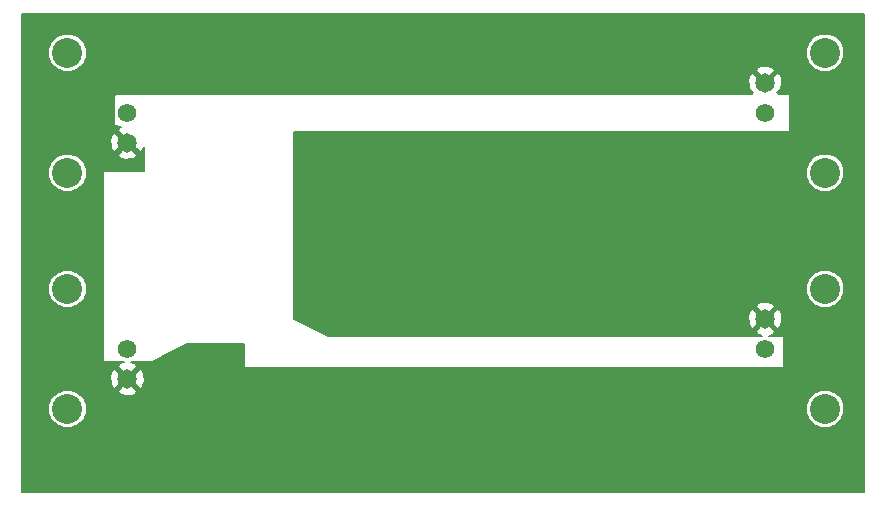
<source format=gbr>
G04 #@! TF.FileFunction,Copper,L2,Bot,Signal*
%FSLAX46Y46*%
G04 Gerber Fmt 4.6, Leading zero omitted, Abs format (unit mm)*
G04 Created by KiCad (PCBNEW 4.0.5) date 05/28/17 14:54:10*
%MOMM*%
%LPD*%
G01*
G04 APERTURE LIST*
%ADD10C,0.150000*%
%ADD11C,1.574800*%
%ADD12C,1.651000*%
%ADD13C,2.540000*%
%ADD14C,0.889000*%
%ADD15C,0.203200*%
G04 APERTURE END LIST*
D10*
D11*
X13000000Y-12500000D03*
D12*
X13000000Y-15040000D03*
D13*
X7920000Y-17580000D03*
X7920000Y-7420000D03*
D11*
X67000000Y-12500000D03*
D12*
X67000000Y-9960000D03*
D13*
X72080000Y-7420000D03*
X72080000Y-17580000D03*
D11*
X13000000Y-32500000D03*
D12*
X13000000Y-35040000D03*
D13*
X7920000Y-37580000D03*
X7920000Y-27420000D03*
D11*
X67000000Y-32500000D03*
D12*
X67000000Y-29960000D03*
D13*
X72080000Y-27420000D03*
X72080000Y-37580000D03*
D14*
X29000000Y-23500000D03*
D15*
G36*
X75398400Y-44594400D02*
X4101600Y-44594400D01*
X4101600Y-37901933D01*
X6294119Y-37901933D01*
X6541080Y-38499625D01*
X6997970Y-38957313D01*
X7595230Y-39205317D01*
X8241933Y-39205881D01*
X8839625Y-38958920D01*
X9297313Y-38502030D01*
X9545317Y-37904770D01*
X9545319Y-37901933D01*
X70454119Y-37901933D01*
X70701080Y-38499625D01*
X71157970Y-38957313D01*
X71755230Y-39205317D01*
X72401933Y-39205881D01*
X72999625Y-38958920D01*
X73457313Y-38502030D01*
X73705317Y-37904770D01*
X73705881Y-37258067D01*
X73458920Y-36660375D01*
X73002030Y-36202687D01*
X72404770Y-35954683D01*
X71758067Y-35954119D01*
X71160375Y-36201080D01*
X70702687Y-36657970D01*
X70454683Y-37255230D01*
X70454119Y-37901933D01*
X9545319Y-37901933D01*
X9545881Y-37258067D01*
X9298920Y-36660375D01*
X8842030Y-36202687D01*
X8518545Y-36068364D01*
X12187162Y-36068364D01*
X12267915Y-36306906D01*
X12808466Y-36490625D01*
X13378176Y-36453500D01*
X13732085Y-36306906D01*
X13812838Y-36068364D01*
X13000000Y-35255526D01*
X12187162Y-36068364D01*
X8518545Y-36068364D01*
X8244770Y-35954683D01*
X7598067Y-35954119D01*
X7000375Y-36201080D01*
X6542687Y-36657970D01*
X6294683Y-37255230D01*
X6294119Y-37901933D01*
X4101600Y-37901933D01*
X4101600Y-34848466D01*
X11549375Y-34848466D01*
X11586500Y-35418176D01*
X11733094Y-35772085D01*
X11971636Y-35852838D01*
X12784474Y-35040000D01*
X13215526Y-35040000D01*
X14028364Y-35852838D01*
X14266906Y-35772085D01*
X14450625Y-35231534D01*
X14413500Y-34661824D01*
X14266906Y-34307915D01*
X14028364Y-34227162D01*
X13215526Y-35040000D01*
X12784474Y-35040000D01*
X11971636Y-34227162D01*
X11733094Y-34307915D01*
X11549375Y-34848466D01*
X4101600Y-34848466D01*
X4101600Y-27741933D01*
X6294119Y-27741933D01*
X6541080Y-28339625D01*
X6997970Y-28797313D01*
X7595230Y-29045317D01*
X8241933Y-29045881D01*
X8839625Y-28798920D01*
X9297313Y-28342030D01*
X9545317Y-27744770D01*
X9545881Y-27098067D01*
X9298920Y-26500375D01*
X8842030Y-26042687D01*
X8244770Y-25794683D01*
X7598067Y-25794119D01*
X7000375Y-26041080D01*
X6542687Y-26497970D01*
X6294683Y-27095230D01*
X6294119Y-27741933D01*
X4101600Y-27741933D01*
X4101600Y-17901933D01*
X6294119Y-17901933D01*
X6541080Y-18499625D01*
X6997970Y-18957313D01*
X7595230Y-19205317D01*
X8241933Y-19205881D01*
X8839625Y-18958920D01*
X9297313Y-18502030D01*
X9545317Y-17904770D01*
X9545670Y-17500000D01*
X10898400Y-17500000D01*
X10898400Y-33500000D01*
X10905348Y-33536927D01*
X10927172Y-33570843D01*
X10960472Y-33593595D01*
X11000000Y-33601600D01*
X12672423Y-33601600D01*
X12717391Y-33620272D01*
X12621824Y-33626500D01*
X12267915Y-33773094D01*
X12187162Y-34011636D01*
X13000000Y-34824474D01*
X13812838Y-34011636D01*
X13732085Y-33773094D01*
X13282114Y-33620161D01*
X13327034Y-33601600D01*
X15000000Y-33601600D01*
X15045437Y-33590874D01*
X18023985Y-32101600D01*
X22898400Y-32101600D01*
X22898400Y-34000000D01*
X22905348Y-34036927D01*
X22927172Y-34070843D01*
X22960472Y-34093595D01*
X23000000Y-34101600D01*
X68500000Y-34101600D01*
X68536927Y-34094652D01*
X68570843Y-34072828D01*
X68593595Y-34039528D01*
X68601600Y-34000000D01*
X68601600Y-31500000D01*
X68594652Y-31463073D01*
X68572828Y-31429157D01*
X68539528Y-31406405D01*
X68500000Y-31398400D01*
X67327577Y-31398400D01*
X67282609Y-31379728D01*
X67378176Y-31373500D01*
X67732085Y-31226906D01*
X67812838Y-30988364D01*
X67000000Y-30175526D01*
X66187162Y-30988364D01*
X66267915Y-31226906D01*
X66717886Y-31379839D01*
X66672966Y-31398400D01*
X30023985Y-31398400D01*
X27101600Y-29937208D01*
X27101600Y-29768466D01*
X65549375Y-29768466D01*
X65586500Y-30338176D01*
X65733094Y-30692085D01*
X65971636Y-30772838D01*
X66784474Y-29960000D01*
X67215526Y-29960000D01*
X68028364Y-30772838D01*
X68266906Y-30692085D01*
X68450625Y-30151534D01*
X68413500Y-29581824D01*
X68266906Y-29227915D01*
X68028364Y-29147162D01*
X67215526Y-29960000D01*
X66784474Y-29960000D01*
X65971636Y-29147162D01*
X65733094Y-29227915D01*
X65549375Y-29768466D01*
X27101600Y-29768466D01*
X27101600Y-28931636D01*
X66187162Y-28931636D01*
X67000000Y-29744474D01*
X67812838Y-28931636D01*
X67732085Y-28693094D01*
X67191534Y-28509375D01*
X66621824Y-28546500D01*
X66267915Y-28693094D01*
X66187162Y-28931636D01*
X27101600Y-28931636D01*
X27101600Y-27741933D01*
X70454119Y-27741933D01*
X70701080Y-28339625D01*
X71157970Y-28797313D01*
X71755230Y-29045317D01*
X72401933Y-29045881D01*
X72999625Y-28798920D01*
X73457313Y-28342030D01*
X73705317Y-27744770D01*
X73705881Y-27098067D01*
X73458920Y-26500375D01*
X73002030Y-26042687D01*
X72404770Y-25794683D01*
X71758067Y-25794119D01*
X71160375Y-26041080D01*
X70702687Y-26497970D01*
X70454683Y-27095230D01*
X70454119Y-27741933D01*
X27101600Y-27741933D01*
X27101600Y-17901933D01*
X70454119Y-17901933D01*
X70701080Y-18499625D01*
X71157970Y-18957313D01*
X71755230Y-19205317D01*
X72401933Y-19205881D01*
X72999625Y-18958920D01*
X73457313Y-18502030D01*
X73705317Y-17904770D01*
X73705881Y-17258067D01*
X73458920Y-16660375D01*
X73002030Y-16202687D01*
X72404770Y-15954683D01*
X71758067Y-15954119D01*
X71160375Y-16201080D01*
X70702687Y-16657970D01*
X70454683Y-17255230D01*
X70454119Y-17901933D01*
X27101600Y-17901933D01*
X27101600Y-14101600D01*
X69000000Y-14101600D01*
X69036927Y-14094652D01*
X69070843Y-14072828D01*
X69093595Y-14039528D01*
X69101600Y-14000000D01*
X69101600Y-11000000D01*
X69094652Y-10963073D01*
X69072828Y-10929157D01*
X69039528Y-10906405D01*
X69000000Y-10898400D01*
X68128085Y-10898400D01*
X68141007Y-10885478D01*
X68028366Y-10772837D01*
X68266906Y-10692085D01*
X68450625Y-10151534D01*
X68413500Y-9581824D01*
X68266906Y-9227915D01*
X68028364Y-9147162D01*
X67215526Y-9960000D01*
X67229669Y-9974143D01*
X67014143Y-10189669D01*
X67000000Y-10175526D01*
X66985858Y-10189669D01*
X66770332Y-9974143D01*
X66784474Y-9960000D01*
X65971636Y-9147162D01*
X65733094Y-9227915D01*
X65549375Y-9768466D01*
X65586500Y-10338176D01*
X65733094Y-10692085D01*
X65971634Y-10772837D01*
X65858993Y-10885478D01*
X65871915Y-10898400D01*
X12000000Y-10898400D01*
X11963073Y-10905348D01*
X11929157Y-10927172D01*
X11906405Y-10960472D01*
X11898400Y-11000000D01*
X11898400Y-12172423D01*
X11857199Y-12271646D01*
X11856802Y-12726359D01*
X11898400Y-12827034D01*
X11898400Y-13500000D01*
X11914693Y-13555184D01*
X11942884Y-13584026D01*
X11980075Y-13599627D01*
X12456610Y-13694934D01*
X12267915Y-13773094D01*
X12187162Y-14011636D01*
X13000000Y-14824474D01*
X13014143Y-14810332D01*
X13229669Y-15025858D01*
X13215526Y-15040000D01*
X14028364Y-15852838D01*
X14266906Y-15772085D01*
X14398400Y-15385194D01*
X14398400Y-17398400D01*
X11000000Y-17398400D01*
X10963073Y-17405348D01*
X10929157Y-17427172D01*
X10906405Y-17460472D01*
X10898400Y-17500000D01*
X9545670Y-17500000D01*
X9545881Y-17258067D01*
X9298920Y-16660375D01*
X8842030Y-16202687D01*
X8518545Y-16068364D01*
X12187162Y-16068364D01*
X12267915Y-16306906D01*
X12808466Y-16490625D01*
X13378176Y-16453500D01*
X13732085Y-16306906D01*
X13812838Y-16068364D01*
X13000000Y-15255526D01*
X12187162Y-16068364D01*
X8518545Y-16068364D01*
X8244770Y-15954683D01*
X7598067Y-15954119D01*
X7000375Y-16201080D01*
X6542687Y-16657970D01*
X6294683Y-17255230D01*
X6294119Y-17901933D01*
X4101600Y-17901933D01*
X4101600Y-14848466D01*
X11549375Y-14848466D01*
X11586500Y-15418176D01*
X11733094Y-15772085D01*
X11971636Y-15852838D01*
X12784474Y-15040000D01*
X11971636Y-14227162D01*
X11733094Y-14307915D01*
X11549375Y-14848466D01*
X4101600Y-14848466D01*
X4101600Y-7741933D01*
X6294119Y-7741933D01*
X6541080Y-8339625D01*
X6997970Y-8797313D01*
X7595230Y-9045317D01*
X8241933Y-9045881D01*
X8518427Y-8931636D01*
X66187162Y-8931636D01*
X67000000Y-9744474D01*
X67812838Y-8931636D01*
X67732085Y-8693094D01*
X67191534Y-8509375D01*
X66621824Y-8546500D01*
X66267915Y-8693094D01*
X66187162Y-8931636D01*
X8518427Y-8931636D01*
X8839625Y-8798920D01*
X9297313Y-8342030D01*
X9545317Y-7744770D01*
X9545319Y-7741933D01*
X70454119Y-7741933D01*
X70701080Y-8339625D01*
X71157970Y-8797313D01*
X71755230Y-9045317D01*
X72401933Y-9045881D01*
X72999625Y-8798920D01*
X73457313Y-8342030D01*
X73705317Y-7744770D01*
X73705881Y-7098067D01*
X73458920Y-6500375D01*
X73002030Y-6042687D01*
X72404770Y-5794683D01*
X71758067Y-5794119D01*
X71160375Y-6041080D01*
X70702687Y-6497970D01*
X70454683Y-7095230D01*
X70454119Y-7741933D01*
X9545319Y-7741933D01*
X9545881Y-7098067D01*
X9298920Y-6500375D01*
X8842030Y-6042687D01*
X8244770Y-5794683D01*
X7598067Y-5794119D01*
X7000375Y-6041080D01*
X6542687Y-6497970D01*
X6294683Y-7095230D01*
X6294119Y-7741933D01*
X4101600Y-7741933D01*
X4101600Y-4101600D01*
X75398400Y-4101600D01*
X75398400Y-44594400D01*
X75398400Y-44594400D01*
G37*
X75398400Y-44594400D02*
X4101600Y-44594400D01*
X4101600Y-37901933D01*
X6294119Y-37901933D01*
X6541080Y-38499625D01*
X6997970Y-38957313D01*
X7595230Y-39205317D01*
X8241933Y-39205881D01*
X8839625Y-38958920D01*
X9297313Y-38502030D01*
X9545317Y-37904770D01*
X9545319Y-37901933D01*
X70454119Y-37901933D01*
X70701080Y-38499625D01*
X71157970Y-38957313D01*
X71755230Y-39205317D01*
X72401933Y-39205881D01*
X72999625Y-38958920D01*
X73457313Y-38502030D01*
X73705317Y-37904770D01*
X73705881Y-37258067D01*
X73458920Y-36660375D01*
X73002030Y-36202687D01*
X72404770Y-35954683D01*
X71758067Y-35954119D01*
X71160375Y-36201080D01*
X70702687Y-36657970D01*
X70454683Y-37255230D01*
X70454119Y-37901933D01*
X9545319Y-37901933D01*
X9545881Y-37258067D01*
X9298920Y-36660375D01*
X8842030Y-36202687D01*
X8518545Y-36068364D01*
X12187162Y-36068364D01*
X12267915Y-36306906D01*
X12808466Y-36490625D01*
X13378176Y-36453500D01*
X13732085Y-36306906D01*
X13812838Y-36068364D01*
X13000000Y-35255526D01*
X12187162Y-36068364D01*
X8518545Y-36068364D01*
X8244770Y-35954683D01*
X7598067Y-35954119D01*
X7000375Y-36201080D01*
X6542687Y-36657970D01*
X6294683Y-37255230D01*
X6294119Y-37901933D01*
X4101600Y-37901933D01*
X4101600Y-34848466D01*
X11549375Y-34848466D01*
X11586500Y-35418176D01*
X11733094Y-35772085D01*
X11971636Y-35852838D01*
X12784474Y-35040000D01*
X13215526Y-35040000D01*
X14028364Y-35852838D01*
X14266906Y-35772085D01*
X14450625Y-35231534D01*
X14413500Y-34661824D01*
X14266906Y-34307915D01*
X14028364Y-34227162D01*
X13215526Y-35040000D01*
X12784474Y-35040000D01*
X11971636Y-34227162D01*
X11733094Y-34307915D01*
X11549375Y-34848466D01*
X4101600Y-34848466D01*
X4101600Y-27741933D01*
X6294119Y-27741933D01*
X6541080Y-28339625D01*
X6997970Y-28797313D01*
X7595230Y-29045317D01*
X8241933Y-29045881D01*
X8839625Y-28798920D01*
X9297313Y-28342030D01*
X9545317Y-27744770D01*
X9545881Y-27098067D01*
X9298920Y-26500375D01*
X8842030Y-26042687D01*
X8244770Y-25794683D01*
X7598067Y-25794119D01*
X7000375Y-26041080D01*
X6542687Y-26497970D01*
X6294683Y-27095230D01*
X6294119Y-27741933D01*
X4101600Y-27741933D01*
X4101600Y-17901933D01*
X6294119Y-17901933D01*
X6541080Y-18499625D01*
X6997970Y-18957313D01*
X7595230Y-19205317D01*
X8241933Y-19205881D01*
X8839625Y-18958920D01*
X9297313Y-18502030D01*
X9545317Y-17904770D01*
X9545670Y-17500000D01*
X10898400Y-17500000D01*
X10898400Y-33500000D01*
X10905348Y-33536927D01*
X10927172Y-33570843D01*
X10960472Y-33593595D01*
X11000000Y-33601600D01*
X12672423Y-33601600D01*
X12717391Y-33620272D01*
X12621824Y-33626500D01*
X12267915Y-33773094D01*
X12187162Y-34011636D01*
X13000000Y-34824474D01*
X13812838Y-34011636D01*
X13732085Y-33773094D01*
X13282114Y-33620161D01*
X13327034Y-33601600D01*
X15000000Y-33601600D01*
X15045437Y-33590874D01*
X18023985Y-32101600D01*
X22898400Y-32101600D01*
X22898400Y-34000000D01*
X22905348Y-34036927D01*
X22927172Y-34070843D01*
X22960472Y-34093595D01*
X23000000Y-34101600D01*
X68500000Y-34101600D01*
X68536927Y-34094652D01*
X68570843Y-34072828D01*
X68593595Y-34039528D01*
X68601600Y-34000000D01*
X68601600Y-31500000D01*
X68594652Y-31463073D01*
X68572828Y-31429157D01*
X68539528Y-31406405D01*
X68500000Y-31398400D01*
X67327577Y-31398400D01*
X67282609Y-31379728D01*
X67378176Y-31373500D01*
X67732085Y-31226906D01*
X67812838Y-30988364D01*
X67000000Y-30175526D01*
X66187162Y-30988364D01*
X66267915Y-31226906D01*
X66717886Y-31379839D01*
X66672966Y-31398400D01*
X30023985Y-31398400D01*
X27101600Y-29937208D01*
X27101600Y-29768466D01*
X65549375Y-29768466D01*
X65586500Y-30338176D01*
X65733094Y-30692085D01*
X65971636Y-30772838D01*
X66784474Y-29960000D01*
X67215526Y-29960000D01*
X68028364Y-30772838D01*
X68266906Y-30692085D01*
X68450625Y-30151534D01*
X68413500Y-29581824D01*
X68266906Y-29227915D01*
X68028364Y-29147162D01*
X67215526Y-29960000D01*
X66784474Y-29960000D01*
X65971636Y-29147162D01*
X65733094Y-29227915D01*
X65549375Y-29768466D01*
X27101600Y-29768466D01*
X27101600Y-28931636D01*
X66187162Y-28931636D01*
X67000000Y-29744474D01*
X67812838Y-28931636D01*
X67732085Y-28693094D01*
X67191534Y-28509375D01*
X66621824Y-28546500D01*
X66267915Y-28693094D01*
X66187162Y-28931636D01*
X27101600Y-28931636D01*
X27101600Y-27741933D01*
X70454119Y-27741933D01*
X70701080Y-28339625D01*
X71157970Y-28797313D01*
X71755230Y-29045317D01*
X72401933Y-29045881D01*
X72999625Y-28798920D01*
X73457313Y-28342030D01*
X73705317Y-27744770D01*
X73705881Y-27098067D01*
X73458920Y-26500375D01*
X73002030Y-26042687D01*
X72404770Y-25794683D01*
X71758067Y-25794119D01*
X71160375Y-26041080D01*
X70702687Y-26497970D01*
X70454683Y-27095230D01*
X70454119Y-27741933D01*
X27101600Y-27741933D01*
X27101600Y-17901933D01*
X70454119Y-17901933D01*
X70701080Y-18499625D01*
X71157970Y-18957313D01*
X71755230Y-19205317D01*
X72401933Y-19205881D01*
X72999625Y-18958920D01*
X73457313Y-18502030D01*
X73705317Y-17904770D01*
X73705881Y-17258067D01*
X73458920Y-16660375D01*
X73002030Y-16202687D01*
X72404770Y-15954683D01*
X71758067Y-15954119D01*
X71160375Y-16201080D01*
X70702687Y-16657970D01*
X70454683Y-17255230D01*
X70454119Y-17901933D01*
X27101600Y-17901933D01*
X27101600Y-14101600D01*
X69000000Y-14101600D01*
X69036927Y-14094652D01*
X69070843Y-14072828D01*
X69093595Y-14039528D01*
X69101600Y-14000000D01*
X69101600Y-11000000D01*
X69094652Y-10963073D01*
X69072828Y-10929157D01*
X69039528Y-10906405D01*
X69000000Y-10898400D01*
X68128085Y-10898400D01*
X68141007Y-10885478D01*
X68028366Y-10772837D01*
X68266906Y-10692085D01*
X68450625Y-10151534D01*
X68413500Y-9581824D01*
X68266906Y-9227915D01*
X68028364Y-9147162D01*
X67215526Y-9960000D01*
X67229669Y-9974143D01*
X67014143Y-10189669D01*
X67000000Y-10175526D01*
X66985858Y-10189669D01*
X66770332Y-9974143D01*
X66784474Y-9960000D01*
X65971636Y-9147162D01*
X65733094Y-9227915D01*
X65549375Y-9768466D01*
X65586500Y-10338176D01*
X65733094Y-10692085D01*
X65971634Y-10772837D01*
X65858993Y-10885478D01*
X65871915Y-10898400D01*
X12000000Y-10898400D01*
X11963073Y-10905348D01*
X11929157Y-10927172D01*
X11906405Y-10960472D01*
X11898400Y-11000000D01*
X11898400Y-12172423D01*
X11857199Y-12271646D01*
X11856802Y-12726359D01*
X11898400Y-12827034D01*
X11898400Y-13500000D01*
X11914693Y-13555184D01*
X11942884Y-13584026D01*
X11980075Y-13599627D01*
X12456610Y-13694934D01*
X12267915Y-13773094D01*
X12187162Y-14011636D01*
X13000000Y-14824474D01*
X13014143Y-14810332D01*
X13229669Y-15025858D01*
X13215526Y-15040000D01*
X14028364Y-15852838D01*
X14266906Y-15772085D01*
X14398400Y-15385194D01*
X14398400Y-17398400D01*
X11000000Y-17398400D01*
X10963073Y-17405348D01*
X10929157Y-17427172D01*
X10906405Y-17460472D01*
X10898400Y-17500000D01*
X9545670Y-17500000D01*
X9545881Y-17258067D01*
X9298920Y-16660375D01*
X8842030Y-16202687D01*
X8518545Y-16068364D01*
X12187162Y-16068364D01*
X12267915Y-16306906D01*
X12808466Y-16490625D01*
X13378176Y-16453500D01*
X13732085Y-16306906D01*
X13812838Y-16068364D01*
X13000000Y-15255526D01*
X12187162Y-16068364D01*
X8518545Y-16068364D01*
X8244770Y-15954683D01*
X7598067Y-15954119D01*
X7000375Y-16201080D01*
X6542687Y-16657970D01*
X6294683Y-17255230D01*
X6294119Y-17901933D01*
X4101600Y-17901933D01*
X4101600Y-14848466D01*
X11549375Y-14848466D01*
X11586500Y-15418176D01*
X11733094Y-15772085D01*
X11971636Y-15852838D01*
X12784474Y-15040000D01*
X11971636Y-14227162D01*
X11733094Y-14307915D01*
X11549375Y-14848466D01*
X4101600Y-14848466D01*
X4101600Y-7741933D01*
X6294119Y-7741933D01*
X6541080Y-8339625D01*
X6997970Y-8797313D01*
X7595230Y-9045317D01*
X8241933Y-9045881D01*
X8518427Y-8931636D01*
X66187162Y-8931636D01*
X67000000Y-9744474D01*
X67812838Y-8931636D01*
X67732085Y-8693094D01*
X67191534Y-8509375D01*
X66621824Y-8546500D01*
X66267915Y-8693094D01*
X66187162Y-8931636D01*
X8518427Y-8931636D01*
X8839625Y-8798920D01*
X9297313Y-8342030D01*
X9545317Y-7744770D01*
X9545319Y-7741933D01*
X70454119Y-7741933D01*
X70701080Y-8339625D01*
X71157970Y-8797313D01*
X71755230Y-9045317D01*
X72401933Y-9045881D01*
X72999625Y-8798920D01*
X73457313Y-8342030D01*
X73705317Y-7744770D01*
X73705881Y-7098067D01*
X73458920Y-6500375D01*
X73002030Y-6042687D01*
X72404770Y-5794683D01*
X71758067Y-5794119D01*
X71160375Y-6041080D01*
X70702687Y-6497970D01*
X70454683Y-7095230D01*
X70454119Y-7741933D01*
X9545319Y-7741933D01*
X9545881Y-7098067D01*
X9298920Y-6500375D01*
X8842030Y-6042687D01*
X8244770Y-5794683D01*
X7598067Y-5794119D01*
X7000375Y-6041080D01*
X6542687Y-6497970D01*
X6294683Y-7095230D01*
X6294119Y-7741933D01*
X4101600Y-7741933D01*
X4101600Y-4101600D01*
X75398400Y-4101600D01*
X75398400Y-44594400D01*
M02*

</source>
